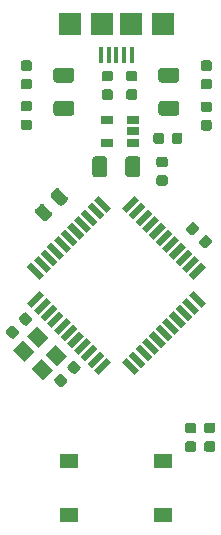
<source format=gbr>
G04 #@! TF.GenerationSoftware,KiCad,Pcbnew,(5.1.5)-3*
G04 #@! TF.CreationDate,2021-02-11T22:25:29+01:00*
G04 #@! TF.ProjectId,20210211_eduino,32303231-3032-4313-915f-656475696e6f,v1.0*
G04 #@! TF.SameCoordinates,Original*
G04 #@! TF.FileFunction,Paste,Top*
G04 #@! TF.FilePolarity,Positive*
%FSLAX46Y46*%
G04 Gerber Fmt 4.6, Leading zero omitted, Abs format (unit mm)*
G04 Created by KiCad (PCBNEW (5.1.5)-3) date 2021-02-11 22:25:29*
%MOMM*%
%LPD*%
G04 APERTURE LIST*
%ADD10C,0.100000*%
%ADD11R,1.060000X0.650000*%
%ADD12R,1.900000X1.900000*%
%ADD13R,0.400000X1.350000*%
%ADD14R,1.550000X1.300000*%
G04 APERTURE END LIST*
D10*
G36*
X153990191Y-98713053D02*
G01*
X154011426Y-98716203D01*
X154032250Y-98721419D01*
X154052462Y-98728651D01*
X154071868Y-98737830D01*
X154090281Y-98748866D01*
X154107524Y-98761654D01*
X154123430Y-98776070D01*
X154137846Y-98791976D01*
X154150634Y-98809219D01*
X154161670Y-98827632D01*
X154170849Y-98847038D01*
X154178081Y-98867250D01*
X154183297Y-98888074D01*
X154186447Y-98909309D01*
X154187500Y-98930750D01*
X154187500Y-99443250D01*
X154186447Y-99464691D01*
X154183297Y-99485926D01*
X154178081Y-99506750D01*
X154170849Y-99526962D01*
X154161670Y-99546368D01*
X154150634Y-99564781D01*
X154137846Y-99582024D01*
X154123430Y-99597930D01*
X154107524Y-99612346D01*
X154090281Y-99625134D01*
X154071868Y-99636170D01*
X154052462Y-99645349D01*
X154032250Y-99652581D01*
X154011426Y-99657797D01*
X153990191Y-99660947D01*
X153968750Y-99662000D01*
X153531250Y-99662000D01*
X153509809Y-99660947D01*
X153488574Y-99657797D01*
X153467750Y-99652581D01*
X153447538Y-99645349D01*
X153428132Y-99636170D01*
X153409719Y-99625134D01*
X153392476Y-99612346D01*
X153376570Y-99597930D01*
X153362154Y-99582024D01*
X153349366Y-99564781D01*
X153338330Y-99546368D01*
X153329151Y-99526962D01*
X153321919Y-99506750D01*
X153316703Y-99485926D01*
X153313553Y-99464691D01*
X153312500Y-99443250D01*
X153312500Y-98930750D01*
X153313553Y-98909309D01*
X153316703Y-98888074D01*
X153321919Y-98867250D01*
X153329151Y-98847038D01*
X153338330Y-98827632D01*
X153349366Y-98809219D01*
X153362154Y-98791976D01*
X153376570Y-98776070D01*
X153392476Y-98761654D01*
X153409719Y-98748866D01*
X153428132Y-98737830D01*
X153447538Y-98728651D01*
X153467750Y-98721419D01*
X153488574Y-98716203D01*
X153509809Y-98713053D01*
X153531250Y-98712000D01*
X153968750Y-98712000D01*
X153990191Y-98713053D01*
G37*
G36*
X152415191Y-98713053D02*
G01*
X152436426Y-98716203D01*
X152457250Y-98721419D01*
X152477462Y-98728651D01*
X152496868Y-98737830D01*
X152515281Y-98748866D01*
X152532524Y-98761654D01*
X152548430Y-98776070D01*
X152562846Y-98791976D01*
X152575634Y-98809219D01*
X152586670Y-98827632D01*
X152595849Y-98847038D01*
X152603081Y-98867250D01*
X152608297Y-98888074D01*
X152611447Y-98909309D01*
X152612500Y-98930750D01*
X152612500Y-99443250D01*
X152611447Y-99464691D01*
X152608297Y-99485926D01*
X152603081Y-99506750D01*
X152595849Y-99526962D01*
X152586670Y-99546368D01*
X152575634Y-99564781D01*
X152562846Y-99582024D01*
X152548430Y-99597930D01*
X152532524Y-99612346D01*
X152515281Y-99625134D01*
X152496868Y-99636170D01*
X152477462Y-99645349D01*
X152457250Y-99652581D01*
X152436426Y-99657797D01*
X152415191Y-99660947D01*
X152393750Y-99662000D01*
X151956250Y-99662000D01*
X151934809Y-99660947D01*
X151913574Y-99657797D01*
X151892750Y-99652581D01*
X151872538Y-99645349D01*
X151853132Y-99636170D01*
X151834719Y-99625134D01*
X151817476Y-99612346D01*
X151801570Y-99597930D01*
X151787154Y-99582024D01*
X151774366Y-99564781D01*
X151763330Y-99546368D01*
X151754151Y-99526962D01*
X151746919Y-99506750D01*
X151741703Y-99485926D01*
X151738553Y-99464691D01*
X151737500Y-99443250D01*
X151737500Y-98930750D01*
X151738553Y-98909309D01*
X151741703Y-98888074D01*
X151746919Y-98867250D01*
X151754151Y-98847038D01*
X151763330Y-98827632D01*
X151774366Y-98809219D01*
X151787154Y-98791976D01*
X151801570Y-98776070D01*
X151817476Y-98761654D01*
X151834719Y-98748866D01*
X151853132Y-98737830D01*
X151872538Y-98728651D01*
X151892750Y-98721419D01*
X151913574Y-98716203D01*
X151934809Y-98713053D01*
X151956250Y-98712000D01*
X152393750Y-98712000D01*
X152415191Y-98713053D01*
G37*
D11*
X147800000Y-99550000D03*
X147800000Y-97650000D03*
X150000000Y-97650000D03*
X150000000Y-98600000D03*
X150000000Y-99550000D03*
D12*
X147400000Y-89475000D03*
X149800000Y-89475000D03*
X144650000Y-89475000D03*
X152550000Y-89475000D03*
D13*
X149900000Y-92150000D03*
X149250000Y-92150000D03*
X148600000Y-92150000D03*
X147950000Y-92150000D03*
X147300000Y-92150000D03*
D10*
G36*
X141003984Y-115950431D02*
G01*
X141852512Y-115101903D01*
X142842462Y-116091853D01*
X141993934Y-116940381D01*
X141003984Y-115950431D01*
G37*
G36*
X142559619Y-117506066D02*
G01*
X143408147Y-116657538D01*
X144398097Y-117647488D01*
X143549569Y-118496016D01*
X142559619Y-117506066D01*
G37*
G36*
X141357538Y-118708147D02*
G01*
X142206066Y-117859619D01*
X143196016Y-118849569D01*
X142347488Y-119698097D01*
X141357538Y-118708147D01*
G37*
G36*
X139801903Y-117152512D02*
G01*
X140650431Y-116303984D01*
X141640381Y-117293934D01*
X140791853Y-118142462D01*
X139801903Y-117152512D01*
G37*
G36*
X149466206Y-105498848D02*
G01*
X149077298Y-105109940D01*
X150137958Y-104049280D01*
X150526866Y-104438188D01*
X149466206Y-105498848D01*
G37*
G36*
X150031891Y-106064534D02*
G01*
X149642983Y-105675626D01*
X150703643Y-104614966D01*
X151092551Y-105003874D01*
X150031891Y-106064534D01*
G37*
G36*
X150597576Y-106630219D02*
G01*
X150208668Y-106241311D01*
X151269328Y-105180651D01*
X151658236Y-105569559D01*
X150597576Y-106630219D01*
G37*
G36*
X151163262Y-107195904D02*
G01*
X150774354Y-106806996D01*
X151835014Y-105746336D01*
X152223922Y-106135244D01*
X151163262Y-107195904D01*
G37*
G36*
X151728947Y-107761590D02*
G01*
X151340039Y-107372682D01*
X152400699Y-106312022D01*
X152789607Y-106700930D01*
X151728947Y-107761590D01*
G37*
G36*
X152294633Y-108327275D02*
G01*
X151905725Y-107938367D01*
X152966385Y-106877707D01*
X153355293Y-107266615D01*
X152294633Y-108327275D01*
G37*
G36*
X152860318Y-108892961D02*
G01*
X152471410Y-108504053D01*
X153532070Y-107443393D01*
X153920978Y-107832301D01*
X152860318Y-108892961D01*
G37*
G36*
X153426004Y-109458646D02*
G01*
X153037096Y-109069738D01*
X154097756Y-108009078D01*
X154486664Y-108397986D01*
X153426004Y-109458646D01*
G37*
G36*
X153991689Y-110024332D02*
G01*
X153602781Y-109635424D01*
X154663441Y-108574764D01*
X155052349Y-108963672D01*
X153991689Y-110024332D01*
G37*
G36*
X154557374Y-110590017D02*
G01*
X154168466Y-110201109D01*
X155229126Y-109140449D01*
X155618034Y-109529357D01*
X154557374Y-110590017D01*
G37*
G36*
X155123060Y-111155702D02*
G01*
X154734152Y-110766794D01*
X155794812Y-109706134D01*
X156183720Y-110095042D01*
X155123060Y-111155702D01*
G37*
G36*
X154734152Y-112499206D02*
G01*
X155123060Y-112110298D01*
X156183720Y-113170958D01*
X155794812Y-113559866D01*
X154734152Y-112499206D01*
G37*
G36*
X154168466Y-113064891D02*
G01*
X154557374Y-112675983D01*
X155618034Y-113736643D01*
X155229126Y-114125551D01*
X154168466Y-113064891D01*
G37*
G36*
X153602781Y-113630576D02*
G01*
X153991689Y-113241668D01*
X155052349Y-114302328D01*
X154663441Y-114691236D01*
X153602781Y-113630576D01*
G37*
G36*
X153037096Y-114196262D02*
G01*
X153426004Y-113807354D01*
X154486664Y-114868014D01*
X154097756Y-115256922D01*
X153037096Y-114196262D01*
G37*
G36*
X152471410Y-114761947D02*
G01*
X152860318Y-114373039D01*
X153920978Y-115433699D01*
X153532070Y-115822607D01*
X152471410Y-114761947D01*
G37*
G36*
X151905725Y-115327633D02*
G01*
X152294633Y-114938725D01*
X153355293Y-115999385D01*
X152966385Y-116388293D01*
X151905725Y-115327633D01*
G37*
G36*
X151340039Y-115893318D02*
G01*
X151728947Y-115504410D01*
X152789607Y-116565070D01*
X152400699Y-116953978D01*
X151340039Y-115893318D01*
G37*
G36*
X150774354Y-116459004D02*
G01*
X151163262Y-116070096D01*
X152223922Y-117130756D01*
X151835014Y-117519664D01*
X150774354Y-116459004D01*
G37*
G36*
X150208668Y-117024689D02*
G01*
X150597576Y-116635781D01*
X151658236Y-117696441D01*
X151269328Y-118085349D01*
X150208668Y-117024689D01*
G37*
G36*
X149642983Y-117590374D02*
G01*
X150031891Y-117201466D01*
X151092551Y-118262126D01*
X150703643Y-118651034D01*
X149642983Y-117590374D01*
G37*
G36*
X149077298Y-118156060D02*
G01*
X149466206Y-117767152D01*
X150526866Y-118827812D01*
X150137958Y-119216720D01*
X149077298Y-118156060D01*
G37*
G36*
X147062042Y-119216720D02*
G01*
X146673134Y-118827812D01*
X147733794Y-117767152D01*
X148122702Y-118156060D01*
X147062042Y-119216720D01*
G37*
G36*
X146496357Y-118651034D02*
G01*
X146107449Y-118262126D01*
X147168109Y-117201466D01*
X147557017Y-117590374D01*
X146496357Y-118651034D01*
G37*
G36*
X145930672Y-118085349D02*
G01*
X145541764Y-117696441D01*
X146602424Y-116635781D01*
X146991332Y-117024689D01*
X145930672Y-118085349D01*
G37*
G36*
X145364986Y-117519664D02*
G01*
X144976078Y-117130756D01*
X146036738Y-116070096D01*
X146425646Y-116459004D01*
X145364986Y-117519664D01*
G37*
G36*
X144799301Y-116953978D02*
G01*
X144410393Y-116565070D01*
X145471053Y-115504410D01*
X145859961Y-115893318D01*
X144799301Y-116953978D01*
G37*
G36*
X144233615Y-116388293D02*
G01*
X143844707Y-115999385D01*
X144905367Y-114938725D01*
X145294275Y-115327633D01*
X144233615Y-116388293D01*
G37*
G36*
X143667930Y-115822607D02*
G01*
X143279022Y-115433699D01*
X144339682Y-114373039D01*
X144728590Y-114761947D01*
X143667930Y-115822607D01*
G37*
G36*
X143102244Y-115256922D02*
G01*
X142713336Y-114868014D01*
X143773996Y-113807354D01*
X144162904Y-114196262D01*
X143102244Y-115256922D01*
G37*
G36*
X142536559Y-114691236D02*
G01*
X142147651Y-114302328D01*
X143208311Y-113241668D01*
X143597219Y-113630576D01*
X142536559Y-114691236D01*
G37*
G36*
X141970874Y-114125551D02*
G01*
X141581966Y-113736643D01*
X142642626Y-112675983D01*
X143031534Y-113064891D01*
X141970874Y-114125551D01*
G37*
G36*
X141405188Y-113559866D02*
G01*
X141016280Y-113170958D01*
X142076940Y-112110298D01*
X142465848Y-112499206D01*
X141405188Y-113559866D01*
G37*
G36*
X141016280Y-110095042D02*
G01*
X141405188Y-109706134D01*
X142465848Y-110766794D01*
X142076940Y-111155702D01*
X141016280Y-110095042D01*
G37*
G36*
X141581966Y-109529357D02*
G01*
X141970874Y-109140449D01*
X143031534Y-110201109D01*
X142642626Y-110590017D01*
X141581966Y-109529357D01*
G37*
G36*
X142147651Y-108963672D02*
G01*
X142536559Y-108574764D01*
X143597219Y-109635424D01*
X143208311Y-110024332D01*
X142147651Y-108963672D01*
G37*
G36*
X142713336Y-108397986D02*
G01*
X143102244Y-108009078D01*
X144162904Y-109069738D01*
X143773996Y-109458646D01*
X142713336Y-108397986D01*
G37*
G36*
X143279022Y-107832301D02*
G01*
X143667930Y-107443393D01*
X144728590Y-108504053D01*
X144339682Y-108892961D01*
X143279022Y-107832301D01*
G37*
G36*
X143844707Y-107266615D02*
G01*
X144233615Y-106877707D01*
X145294275Y-107938367D01*
X144905367Y-108327275D01*
X143844707Y-107266615D01*
G37*
G36*
X144410393Y-106700930D02*
G01*
X144799301Y-106312022D01*
X145859961Y-107372682D01*
X145471053Y-107761590D01*
X144410393Y-106700930D01*
G37*
G36*
X144976078Y-106135244D02*
G01*
X145364986Y-105746336D01*
X146425646Y-106806996D01*
X146036738Y-107195904D01*
X144976078Y-106135244D01*
G37*
G36*
X145541764Y-105569559D02*
G01*
X145930672Y-105180651D01*
X146991332Y-106241311D01*
X146602424Y-106630219D01*
X145541764Y-105569559D01*
G37*
G36*
X146107449Y-105003874D02*
G01*
X146496357Y-104614966D01*
X147557017Y-105675626D01*
X147168109Y-106064534D01*
X146107449Y-105003874D01*
G37*
G36*
X146673134Y-104438188D02*
G01*
X147062042Y-104049280D01*
X148122702Y-105109940D01*
X147733794Y-105498848D01*
X146673134Y-104438188D01*
G37*
G36*
X155163691Y-123280553D02*
G01*
X155184926Y-123283703D01*
X155205750Y-123288919D01*
X155225962Y-123296151D01*
X155245368Y-123305330D01*
X155263781Y-123316366D01*
X155281024Y-123329154D01*
X155296930Y-123343570D01*
X155311346Y-123359476D01*
X155324134Y-123376719D01*
X155335170Y-123395132D01*
X155344349Y-123414538D01*
X155351581Y-123434750D01*
X155356797Y-123455574D01*
X155359947Y-123476809D01*
X155361000Y-123498250D01*
X155361000Y-123935750D01*
X155359947Y-123957191D01*
X155356797Y-123978426D01*
X155351581Y-123999250D01*
X155344349Y-124019462D01*
X155335170Y-124038868D01*
X155324134Y-124057281D01*
X155311346Y-124074524D01*
X155296930Y-124090430D01*
X155281024Y-124104846D01*
X155263781Y-124117634D01*
X155245368Y-124128670D01*
X155225962Y-124137849D01*
X155205750Y-124145081D01*
X155184926Y-124150297D01*
X155163691Y-124153447D01*
X155142250Y-124154500D01*
X154629750Y-124154500D01*
X154608309Y-124153447D01*
X154587074Y-124150297D01*
X154566250Y-124145081D01*
X154546038Y-124137849D01*
X154526632Y-124128670D01*
X154508219Y-124117634D01*
X154490976Y-124104846D01*
X154475070Y-124090430D01*
X154460654Y-124074524D01*
X154447866Y-124057281D01*
X154436830Y-124038868D01*
X154427651Y-124019462D01*
X154420419Y-123999250D01*
X154415203Y-123978426D01*
X154412053Y-123957191D01*
X154411000Y-123935750D01*
X154411000Y-123498250D01*
X154412053Y-123476809D01*
X154415203Y-123455574D01*
X154420419Y-123434750D01*
X154427651Y-123414538D01*
X154436830Y-123395132D01*
X154447866Y-123376719D01*
X154460654Y-123359476D01*
X154475070Y-123343570D01*
X154490976Y-123329154D01*
X154508219Y-123316366D01*
X154526632Y-123305330D01*
X154546038Y-123296151D01*
X154566250Y-123288919D01*
X154587074Y-123283703D01*
X154608309Y-123280553D01*
X154629750Y-123279500D01*
X155142250Y-123279500D01*
X155163691Y-123280553D01*
G37*
G36*
X155163691Y-124855553D02*
G01*
X155184926Y-124858703D01*
X155205750Y-124863919D01*
X155225962Y-124871151D01*
X155245368Y-124880330D01*
X155263781Y-124891366D01*
X155281024Y-124904154D01*
X155296930Y-124918570D01*
X155311346Y-124934476D01*
X155324134Y-124951719D01*
X155335170Y-124970132D01*
X155344349Y-124989538D01*
X155351581Y-125009750D01*
X155356797Y-125030574D01*
X155359947Y-125051809D01*
X155361000Y-125073250D01*
X155361000Y-125510750D01*
X155359947Y-125532191D01*
X155356797Y-125553426D01*
X155351581Y-125574250D01*
X155344349Y-125594462D01*
X155335170Y-125613868D01*
X155324134Y-125632281D01*
X155311346Y-125649524D01*
X155296930Y-125665430D01*
X155281024Y-125679846D01*
X155263781Y-125692634D01*
X155245368Y-125703670D01*
X155225962Y-125712849D01*
X155205750Y-125720081D01*
X155184926Y-125725297D01*
X155163691Y-125728447D01*
X155142250Y-125729500D01*
X154629750Y-125729500D01*
X154608309Y-125728447D01*
X154587074Y-125725297D01*
X154566250Y-125720081D01*
X154546038Y-125712849D01*
X154526632Y-125703670D01*
X154508219Y-125692634D01*
X154490976Y-125679846D01*
X154475070Y-125665430D01*
X154460654Y-125649524D01*
X154447866Y-125632281D01*
X154436830Y-125613868D01*
X154427651Y-125594462D01*
X154420419Y-125574250D01*
X154415203Y-125553426D01*
X154412053Y-125532191D01*
X154411000Y-125510750D01*
X154411000Y-125073250D01*
X154412053Y-125051809D01*
X154415203Y-125030574D01*
X154420419Y-125009750D01*
X154427651Y-124989538D01*
X154436830Y-124970132D01*
X154447866Y-124951719D01*
X154460654Y-124934476D01*
X154475070Y-124918570D01*
X154490976Y-124904154D01*
X154508219Y-124891366D01*
X154526632Y-124880330D01*
X154546038Y-124871151D01*
X154566250Y-124863919D01*
X154587074Y-124858703D01*
X154608309Y-124855553D01*
X154629750Y-124854500D01*
X155142250Y-124854500D01*
X155163691Y-124855553D01*
G37*
G36*
X156487691Y-96083553D02*
G01*
X156508926Y-96086703D01*
X156529750Y-96091919D01*
X156549962Y-96099151D01*
X156569368Y-96108330D01*
X156587781Y-96119366D01*
X156605024Y-96132154D01*
X156620930Y-96146570D01*
X156635346Y-96162476D01*
X156648134Y-96179719D01*
X156659170Y-96198132D01*
X156668349Y-96217538D01*
X156675581Y-96237750D01*
X156680797Y-96258574D01*
X156683947Y-96279809D01*
X156685000Y-96301250D01*
X156685000Y-96738750D01*
X156683947Y-96760191D01*
X156680797Y-96781426D01*
X156675581Y-96802250D01*
X156668349Y-96822462D01*
X156659170Y-96841868D01*
X156648134Y-96860281D01*
X156635346Y-96877524D01*
X156620930Y-96893430D01*
X156605024Y-96907846D01*
X156587781Y-96920634D01*
X156569368Y-96931670D01*
X156549962Y-96940849D01*
X156529750Y-96948081D01*
X156508926Y-96953297D01*
X156487691Y-96956447D01*
X156466250Y-96957500D01*
X155953750Y-96957500D01*
X155932309Y-96956447D01*
X155911074Y-96953297D01*
X155890250Y-96948081D01*
X155870038Y-96940849D01*
X155850632Y-96931670D01*
X155832219Y-96920634D01*
X155814976Y-96907846D01*
X155799070Y-96893430D01*
X155784654Y-96877524D01*
X155771866Y-96860281D01*
X155760830Y-96841868D01*
X155751651Y-96822462D01*
X155744419Y-96802250D01*
X155739203Y-96781426D01*
X155736053Y-96760191D01*
X155735000Y-96738750D01*
X155735000Y-96301250D01*
X155736053Y-96279809D01*
X155739203Y-96258574D01*
X155744419Y-96237750D01*
X155751651Y-96217538D01*
X155760830Y-96198132D01*
X155771866Y-96179719D01*
X155784654Y-96162476D01*
X155799070Y-96146570D01*
X155814976Y-96132154D01*
X155832219Y-96119366D01*
X155850632Y-96108330D01*
X155870038Y-96099151D01*
X155890250Y-96091919D01*
X155911074Y-96086703D01*
X155932309Y-96083553D01*
X155953750Y-96082500D01*
X156466250Y-96082500D01*
X156487691Y-96083553D01*
G37*
G36*
X156487691Y-97658553D02*
G01*
X156508926Y-97661703D01*
X156529750Y-97666919D01*
X156549962Y-97674151D01*
X156569368Y-97683330D01*
X156587781Y-97694366D01*
X156605024Y-97707154D01*
X156620930Y-97721570D01*
X156635346Y-97737476D01*
X156648134Y-97754719D01*
X156659170Y-97773132D01*
X156668349Y-97792538D01*
X156675581Y-97812750D01*
X156680797Y-97833574D01*
X156683947Y-97854809D01*
X156685000Y-97876250D01*
X156685000Y-98313750D01*
X156683947Y-98335191D01*
X156680797Y-98356426D01*
X156675581Y-98377250D01*
X156668349Y-98397462D01*
X156659170Y-98416868D01*
X156648134Y-98435281D01*
X156635346Y-98452524D01*
X156620930Y-98468430D01*
X156605024Y-98482846D01*
X156587781Y-98495634D01*
X156569368Y-98506670D01*
X156549962Y-98515849D01*
X156529750Y-98523081D01*
X156508926Y-98528297D01*
X156487691Y-98531447D01*
X156466250Y-98532500D01*
X155953750Y-98532500D01*
X155932309Y-98531447D01*
X155911074Y-98528297D01*
X155890250Y-98523081D01*
X155870038Y-98515849D01*
X155850632Y-98506670D01*
X155832219Y-98495634D01*
X155814976Y-98482846D01*
X155799070Y-98468430D01*
X155784654Y-98452524D01*
X155771866Y-98435281D01*
X155760830Y-98416868D01*
X155751651Y-98397462D01*
X155744419Y-98377250D01*
X155739203Y-98356426D01*
X155736053Y-98335191D01*
X155735000Y-98313750D01*
X155735000Y-97876250D01*
X155736053Y-97854809D01*
X155739203Y-97833574D01*
X155744419Y-97812750D01*
X155751651Y-97792538D01*
X155760830Y-97773132D01*
X155771866Y-97754719D01*
X155784654Y-97737476D01*
X155799070Y-97721570D01*
X155814976Y-97707154D01*
X155832219Y-97694366D01*
X155850632Y-97683330D01*
X155870038Y-97674151D01*
X155890250Y-97666919D01*
X155911074Y-97661703D01*
X155932309Y-97658553D01*
X155953750Y-97657500D01*
X156466250Y-97657500D01*
X156487691Y-97658553D01*
G37*
G36*
X141247691Y-96032553D02*
G01*
X141268926Y-96035703D01*
X141289750Y-96040919D01*
X141309962Y-96048151D01*
X141329368Y-96057330D01*
X141347781Y-96068366D01*
X141365024Y-96081154D01*
X141380930Y-96095570D01*
X141395346Y-96111476D01*
X141408134Y-96128719D01*
X141419170Y-96147132D01*
X141428349Y-96166538D01*
X141435581Y-96186750D01*
X141440797Y-96207574D01*
X141443947Y-96228809D01*
X141445000Y-96250250D01*
X141445000Y-96687750D01*
X141443947Y-96709191D01*
X141440797Y-96730426D01*
X141435581Y-96751250D01*
X141428349Y-96771462D01*
X141419170Y-96790868D01*
X141408134Y-96809281D01*
X141395346Y-96826524D01*
X141380930Y-96842430D01*
X141365024Y-96856846D01*
X141347781Y-96869634D01*
X141329368Y-96880670D01*
X141309962Y-96889849D01*
X141289750Y-96897081D01*
X141268926Y-96902297D01*
X141247691Y-96905447D01*
X141226250Y-96906500D01*
X140713750Y-96906500D01*
X140692309Y-96905447D01*
X140671074Y-96902297D01*
X140650250Y-96897081D01*
X140630038Y-96889849D01*
X140610632Y-96880670D01*
X140592219Y-96869634D01*
X140574976Y-96856846D01*
X140559070Y-96842430D01*
X140544654Y-96826524D01*
X140531866Y-96809281D01*
X140520830Y-96790868D01*
X140511651Y-96771462D01*
X140504419Y-96751250D01*
X140499203Y-96730426D01*
X140496053Y-96709191D01*
X140495000Y-96687750D01*
X140495000Y-96250250D01*
X140496053Y-96228809D01*
X140499203Y-96207574D01*
X140504419Y-96186750D01*
X140511651Y-96166538D01*
X140520830Y-96147132D01*
X140531866Y-96128719D01*
X140544654Y-96111476D01*
X140559070Y-96095570D01*
X140574976Y-96081154D01*
X140592219Y-96068366D01*
X140610632Y-96057330D01*
X140630038Y-96048151D01*
X140650250Y-96040919D01*
X140671074Y-96035703D01*
X140692309Y-96032553D01*
X140713750Y-96031500D01*
X141226250Y-96031500D01*
X141247691Y-96032553D01*
G37*
G36*
X141247691Y-97607553D02*
G01*
X141268926Y-97610703D01*
X141289750Y-97615919D01*
X141309962Y-97623151D01*
X141329368Y-97632330D01*
X141347781Y-97643366D01*
X141365024Y-97656154D01*
X141380930Y-97670570D01*
X141395346Y-97686476D01*
X141408134Y-97703719D01*
X141419170Y-97722132D01*
X141428349Y-97741538D01*
X141435581Y-97761750D01*
X141440797Y-97782574D01*
X141443947Y-97803809D01*
X141445000Y-97825250D01*
X141445000Y-98262750D01*
X141443947Y-98284191D01*
X141440797Y-98305426D01*
X141435581Y-98326250D01*
X141428349Y-98346462D01*
X141419170Y-98365868D01*
X141408134Y-98384281D01*
X141395346Y-98401524D01*
X141380930Y-98417430D01*
X141365024Y-98431846D01*
X141347781Y-98444634D01*
X141329368Y-98455670D01*
X141309962Y-98464849D01*
X141289750Y-98472081D01*
X141268926Y-98477297D01*
X141247691Y-98480447D01*
X141226250Y-98481500D01*
X140713750Y-98481500D01*
X140692309Y-98480447D01*
X140671074Y-98477297D01*
X140650250Y-98472081D01*
X140630038Y-98464849D01*
X140610632Y-98455670D01*
X140592219Y-98444634D01*
X140574976Y-98431846D01*
X140559070Y-98417430D01*
X140544654Y-98401524D01*
X140531866Y-98384281D01*
X140520830Y-98365868D01*
X140511651Y-98346462D01*
X140504419Y-98326250D01*
X140499203Y-98305426D01*
X140496053Y-98284191D01*
X140495000Y-98262750D01*
X140495000Y-97825250D01*
X140496053Y-97803809D01*
X140499203Y-97782574D01*
X140504419Y-97761750D01*
X140511651Y-97741538D01*
X140520830Y-97722132D01*
X140531866Y-97703719D01*
X140544654Y-97686476D01*
X140559070Y-97670570D01*
X140574976Y-97656154D01*
X140592219Y-97643366D01*
X140610632Y-97632330D01*
X140630038Y-97623151D01*
X140650250Y-97615919D01*
X140671074Y-97610703D01*
X140692309Y-97607553D01*
X140713750Y-97606500D01*
X141226250Y-97606500D01*
X141247691Y-97607553D01*
G37*
G36*
X156487691Y-94178553D02*
G01*
X156508926Y-94181703D01*
X156529750Y-94186919D01*
X156549962Y-94194151D01*
X156569368Y-94203330D01*
X156587781Y-94214366D01*
X156605024Y-94227154D01*
X156620930Y-94241570D01*
X156635346Y-94257476D01*
X156648134Y-94274719D01*
X156659170Y-94293132D01*
X156668349Y-94312538D01*
X156675581Y-94332750D01*
X156680797Y-94353574D01*
X156683947Y-94374809D01*
X156685000Y-94396250D01*
X156685000Y-94833750D01*
X156683947Y-94855191D01*
X156680797Y-94876426D01*
X156675581Y-94897250D01*
X156668349Y-94917462D01*
X156659170Y-94936868D01*
X156648134Y-94955281D01*
X156635346Y-94972524D01*
X156620930Y-94988430D01*
X156605024Y-95002846D01*
X156587781Y-95015634D01*
X156569368Y-95026670D01*
X156549962Y-95035849D01*
X156529750Y-95043081D01*
X156508926Y-95048297D01*
X156487691Y-95051447D01*
X156466250Y-95052500D01*
X155953750Y-95052500D01*
X155932309Y-95051447D01*
X155911074Y-95048297D01*
X155890250Y-95043081D01*
X155870038Y-95035849D01*
X155850632Y-95026670D01*
X155832219Y-95015634D01*
X155814976Y-95002846D01*
X155799070Y-94988430D01*
X155784654Y-94972524D01*
X155771866Y-94955281D01*
X155760830Y-94936868D01*
X155751651Y-94917462D01*
X155744419Y-94897250D01*
X155739203Y-94876426D01*
X155736053Y-94855191D01*
X155735000Y-94833750D01*
X155735000Y-94396250D01*
X155736053Y-94374809D01*
X155739203Y-94353574D01*
X155744419Y-94332750D01*
X155751651Y-94312538D01*
X155760830Y-94293132D01*
X155771866Y-94274719D01*
X155784654Y-94257476D01*
X155799070Y-94241570D01*
X155814976Y-94227154D01*
X155832219Y-94214366D01*
X155850632Y-94203330D01*
X155870038Y-94194151D01*
X155890250Y-94186919D01*
X155911074Y-94181703D01*
X155932309Y-94178553D01*
X155953750Y-94177500D01*
X156466250Y-94177500D01*
X156487691Y-94178553D01*
G37*
G36*
X156487691Y-92603553D02*
G01*
X156508926Y-92606703D01*
X156529750Y-92611919D01*
X156549962Y-92619151D01*
X156569368Y-92628330D01*
X156587781Y-92639366D01*
X156605024Y-92652154D01*
X156620930Y-92666570D01*
X156635346Y-92682476D01*
X156648134Y-92699719D01*
X156659170Y-92718132D01*
X156668349Y-92737538D01*
X156675581Y-92757750D01*
X156680797Y-92778574D01*
X156683947Y-92799809D01*
X156685000Y-92821250D01*
X156685000Y-93258750D01*
X156683947Y-93280191D01*
X156680797Y-93301426D01*
X156675581Y-93322250D01*
X156668349Y-93342462D01*
X156659170Y-93361868D01*
X156648134Y-93380281D01*
X156635346Y-93397524D01*
X156620930Y-93413430D01*
X156605024Y-93427846D01*
X156587781Y-93440634D01*
X156569368Y-93451670D01*
X156549962Y-93460849D01*
X156529750Y-93468081D01*
X156508926Y-93473297D01*
X156487691Y-93476447D01*
X156466250Y-93477500D01*
X155953750Y-93477500D01*
X155932309Y-93476447D01*
X155911074Y-93473297D01*
X155890250Y-93468081D01*
X155870038Y-93460849D01*
X155850632Y-93451670D01*
X155832219Y-93440634D01*
X155814976Y-93427846D01*
X155799070Y-93413430D01*
X155784654Y-93397524D01*
X155771866Y-93380281D01*
X155760830Y-93361868D01*
X155751651Y-93342462D01*
X155744419Y-93322250D01*
X155739203Y-93301426D01*
X155736053Y-93280191D01*
X155735000Y-93258750D01*
X155735000Y-92821250D01*
X155736053Y-92799809D01*
X155739203Y-92778574D01*
X155744419Y-92757750D01*
X155751651Y-92737538D01*
X155760830Y-92718132D01*
X155771866Y-92699719D01*
X155784654Y-92682476D01*
X155799070Y-92666570D01*
X155814976Y-92652154D01*
X155832219Y-92639366D01*
X155850632Y-92628330D01*
X155870038Y-92619151D01*
X155890250Y-92611919D01*
X155911074Y-92606703D01*
X155932309Y-92603553D01*
X155953750Y-92602500D01*
X156466250Y-92602500D01*
X156487691Y-92603553D01*
G37*
G36*
X139788077Y-115053274D02*
G01*
X139809312Y-115056424D01*
X139830136Y-115061640D01*
X139850348Y-115068872D01*
X139869754Y-115078051D01*
X139888167Y-115089087D01*
X139905410Y-115101875D01*
X139921316Y-115116291D01*
X140283709Y-115478684D01*
X140298125Y-115494590D01*
X140310913Y-115511833D01*
X140321949Y-115530246D01*
X140331128Y-115549652D01*
X140338360Y-115569864D01*
X140343576Y-115590688D01*
X140346726Y-115611923D01*
X140347779Y-115633364D01*
X140346726Y-115654805D01*
X140343576Y-115676040D01*
X140338360Y-115696864D01*
X140331128Y-115717076D01*
X140321949Y-115736482D01*
X140310913Y-115754895D01*
X140298125Y-115772138D01*
X140283709Y-115788044D01*
X139974350Y-116097403D01*
X139958444Y-116111819D01*
X139941201Y-116124607D01*
X139922788Y-116135643D01*
X139903382Y-116144822D01*
X139883170Y-116152054D01*
X139862346Y-116157270D01*
X139841111Y-116160420D01*
X139819670Y-116161473D01*
X139798229Y-116160420D01*
X139776994Y-116157270D01*
X139756170Y-116152054D01*
X139735958Y-116144822D01*
X139716552Y-116135643D01*
X139698139Y-116124607D01*
X139680896Y-116111819D01*
X139664990Y-116097403D01*
X139302597Y-115735010D01*
X139288181Y-115719104D01*
X139275393Y-115701861D01*
X139264357Y-115683448D01*
X139255178Y-115664042D01*
X139247946Y-115643830D01*
X139242730Y-115623006D01*
X139239580Y-115601771D01*
X139238527Y-115580330D01*
X139239580Y-115558889D01*
X139242730Y-115537654D01*
X139247946Y-115516830D01*
X139255178Y-115496618D01*
X139264357Y-115477212D01*
X139275393Y-115458799D01*
X139288181Y-115441556D01*
X139302597Y-115425650D01*
X139611956Y-115116291D01*
X139627862Y-115101875D01*
X139645105Y-115089087D01*
X139663518Y-115078051D01*
X139682924Y-115068872D01*
X139703136Y-115061640D01*
X139723960Y-115056424D01*
X139745195Y-115053274D01*
X139766636Y-115052221D01*
X139788077Y-115053274D01*
G37*
G36*
X140901771Y-113939580D02*
G01*
X140923006Y-113942730D01*
X140943830Y-113947946D01*
X140964042Y-113955178D01*
X140983448Y-113964357D01*
X141001861Y-113975393D01*
X141019104Y-113988181D01*
X141035010Y-114002597D01*
X141397403Y-114364990D01*
X141411819Y-114380896D01*
X141424607Y-114398139D01*
X141435643Y-114416552D01*
X141444822Y-114435958D01*
X141452054Y-114456170D01*
X141457270Y-114476994D01*
X141460420Y-114498229D01*
X141461473Y-114519670D01*
X141460420Y-114541111D01*
X141457270Y-114562346D01*
X141452054Y-114583170D01*
X141444822Y-114603382D01*
X141435643Y-114622788D01*
X141424607Y-114641201D01*
X141411819Y-114658444D01*
X141397403Y-114674350D01*
X141088044Y-114983709D01*
X141072138Y-114998125D01*
X141054895Y-115010913D01*
X141036482Y-115021949D01*
X141017076Y-115031128D01*
X140996864Y-115038360D01*
X140976040Y-115043576D01*
X140954805Y-115046726D01*
X140933364Y-115047779D01*
X140911923Y-115046726D01*
X140890688Y-115043576D01*
X140869864Y-115038360D01*
X140849652Y-115031128D01*
X140830246Y-115021949D01*
X140811833Y-115010913D01*
X140794590Y-114998125D01*
X140778684Y-114983709D01*
X140416291Y-114621316D01*
X140401875Y-114605410D01*
X140389087Y-114588167D01*
X140378051Y-114569754D01*
X140368872Y-114550348D01*
X140361640Y-114530136D01*
X140356424Y-114509312D01*
X140353274Y-114488077D01*
X140352221Y-114466636D01*
X140353274Y-114445195D01*
X140356424Y-114423960D01*
X140361640Y-114403136D01*
X140368872Y-114382924D01*
X140378051Y-114363518D01*
X140389087Y-114345105D01*
X140401875Y-114327862D01*
X140416291Y-114311956D01*
X140725650Y-114002597D01*
X140741556Y-113988181D01*
X140758799Y-113975393D01*
X140777212Y-113964357D01*
X140796618Y-113955178D01*
X140816830Y-113947946D01*
X140837654Y-113942730D01*
X140858889Y-113939580D01*
X140880330Y-113938527D01*
X140901771Y-113939580D01*
G37*
G36*
X145001771Y-118039580D02*
G01*
X145023006Y-118042730D01*
X145043830Y-118047946D01*
X145064042Y-118055178D01*
X145083448Y-118064357D01*
X145101861Y-118075393D01*
X145119104Y-118088181D01*
X145135010Y-118102597D01*
X145497403Y-118464990D01*
X145511819Y-118480896D01*
X145524607Y-118498139D01*
X145535643Y-118516552D01*
X145544822Y-118535958D01*
X145552054Y-118556170D01*
X145557270Y-118576994D01*
X145560420Y-118598229D01*
X145561473Y-118619670D01*
X145560420Y-118641111D01*
X145557270Y-118662346D01*
X145552054Y-118683170D01*
X145544822Y-118703382D01*
X145535643Y-118722788D01*
X145524607Y-118741201D01*
X145511819Y-118758444D01*
X145497403Y-118774350D01*
X145188044Y-119083709D01*
X145172138Y-119098125D01*
X145154895Y-119110913D01*
X145136482Y-119121949D01*
X145117076Y-119131128D01*
X145096864Y-119138360D01*
X145076040Y-119143576D01*
X145054805Y-119146726D01*
X145033364Y-119147779D01*
X145011923Y-119146726D01*
X144990688Y-119143576D01*
X144969864Y-119138360D01*
X144949652Y-119131128D01*
X144930246Y-119121949D01*
X144911833Y-119110913D01*
X144894590Y-119098125D01*
X144878684Y-119083709D01*
X144516291Y-118721316D01*
X144501875Y-118705410D01*
X144489087Y-118688167D01*
X144478051Y-118669754D01*
X144468872Y-118650348D01*
X144461640Y-118630136D01*
X144456424Y-118609312D01*
X144453274Y-118588077D01*
X144452221Y-118566636D01*
X144453274Y-118545195D01*
X144456424Y-118523960D01*
X144461640Y-118503136D01*
X144468872Y-118482924D01*
X144478051Y-118463518D01*
X144489087Y-118445105D01*
X144501875Y-118427862D01*
X144516291Y-118411956D01*
X144825650Y-118102597D01*
X144841556Y-118088181D01*
X144858799Y-118075393D01*
X144877212Y-118064357D01*
X144896618Y-118055178D01*
X144916830Y-118047946D01*
X144937654Y-118042730D01*
X144958889Y-118039580D01*
X144980330Y-118038527D01*
X145001771Y-118039580D01*
G37*
G36*
X143888077Y-119153274D02*
G01*
X143909312Y-119156424D01*
X143930136Y-119161640D01*
X143950348Y-119168872D01*
X143969754Y-119178051D01*
X143988167Y-119189087D01*
X144005410Y-119201875D01*
X144021316Y-119216291D01*
X144383709Y-119578684D01*
X144398125Y-119594590D01*
X144410913Y-119611833D01*
X144421949Y-119630246D01*
X144431128Y-119649652D01*
X144438360Y-119669864D01*
X144443576Y-119690688D01*
X144446726Y-119711923D01*
X144447779Y-119733364D01*
X144446726Y-119754805D01*
X144443576Y-119776040D01*
X144438360Y-119796864D01*
X144431128Y-119817076D01*
X144421949Y-119836482D01*
X144410913Y-119854895D01*
X144398125Y-119872138D01*
X144383709Y-119888044D01*
X144074350Y-120197403D01*
X144058444Y-120211819D01*
X144041201Y-120224607D01*
X144022788Y-120235643D01*
X144003382Y-120244822D01*
X143983170Y-120252054D01*
X143962346Y-120257270D01*
X143941111Y-120260420D01*
X143919670Y-120261473D01*
X143898229Y-120260420D01*
X143876994Y-120257270D01*
X143856170Y-120252054D01*
X143835958Y-120244822D01*
X143816552Y-120235643D01*
X143798139Y-120224607D01*
X143780896Y-120211819D01*
X143764990Y-120197403D01*
X143402597Y-119835010D01*
X143388181Y-119819104D01*
X143375393Y-119801861D01*
X143364357Y-119783448D01*
X143355178Y-119764042D01*
X143347946Y-119743830D01*
X143342730Y-119723006D01*
X143339580Y-119701771D01*
X143338527Y-119680330D01*
X143339580Y-119658889D01*
X143342730Y-119637654D01*
X143347946Y-119616830D01*
X143355178Y-119596618D01*
X143364357Y-119577212D01*
X143375393Y-119558799D01*
X143388181Y-119541556D01*
X143402597Y-119525650D01*
X143711956Y-119216291D01*
X143727862Y-119201875D01*
X143745105Y-119189087D01*
X143763518Y-119178051D01*
X143782924Y-119168872D01*
X143803136Y-119161640D01*
X143823960Y-119156424D01*
X143845195Y-119153274D01*
X143866636Y-119152221D01*
X143888077Y-119153274D01*
G37*
G36*
X152741191Y-100757053D02*
G01*
X152762426Y-100760203D01*
X152783250Y-100765419D01*
X152803462Y-100772651D01*
X152822868Y-100781830D01*
X152841281Y-100792866D01*
X152858524Y-100805654D01*
X152874430Y-100820070D01*
X152888846Y-100835976D01*
X152901634Y-100853219D01*
X152912670Y-100871632D01*
X152921849Y-100891038D01*
X152929081Y-100911250D01*
X152934297Y-100932074D01*
X152937447Y-100953309D01*
X152938500Y-100974750D01*
X152938500Y-101412250D01*
X152937447Y-101433691D01*
X152934297Y-101454926D01*
X152929081Y-101475750D01*
X152921849Y-101495962D01*
X152912670Y-101515368D01*
X152901634Y-101533781D01*
X152888846Y-101551024D01*
X152874430Y-101566930D01*
X152858524Y-101581346D01*
X152841281Y-101594134D01*
X152822868Y-101605170D01*
X152803462Y-101614349D01*
X152783250Y-101621581D01*
X152762426Y-101626797D01*
X152741191Y-101629947D01*
X152719750Y-101631000D01*
X152207250Y-101631000D01*
X152185809Y-101629947D01*
X152164574Y-101626797D01*
X152143750Y-101621581D01*
X152123538Y-101614349D01*
X152104132Y-101605170D01*
X152085719Y-101594134D01*
X152068476Y-101581346D01*
X152052570Y-101566930D01*
X152038154Y-101551024D01*
X152025366Y-101533781D01*
X152014330Y-101515368D01*
X152005151Y-101495962D01*
X151997919Y-101475750D01*
X151992703Y-101454926D01*
X151989553Y-101433691D01*
X151988500Y-101412250D01*
X151988500Y-100974750D01*
X151989553Y-100953309D01*
X151992703Y-100932074D01*
X151997919Y-100911250D01*
X152005151Y-100891038D01*
X152014330Y-100871632D01*
X152025366Y-100853219D01*
X152038154Y-100835976D01*
X152052570Y-100820070D01*
X152068476Y-100805654D01*
X152085719Y-100792866D01*
X152104132Y-100781830D01*
X152123538Y-100772651D01*
X152143750Y-100765419D01*
X152164574Y-100760203D01*
X152185809Y-100757053D01*
X152207250Y-100756000D01*
X152719750Y-100756000D01*
X152741191Y-100757053D01*
G37*
G36*
X152741191Y-102332053D02*
G01*
X152762426Y-102335203D01*
X152783250Y-102340419D01*
X152803462Y-102347651D01*
X152822868Y-102356830D01*
X152841281Y-102367866D01*
X152858524Y-102380654D01*
X152874430Y-102395070D01*
X152888846Y-102410976D01*
X152901634Y-102428219D01*
X152912670Y-102446632D01*
X152921849Y-102466038D01*
X152929081Y-102486250D01*
X152934297Y-102507074D01*
X152937447Y-102528309D01*
X152938500Y-102549750D01*
X152938500Y-102987250D01*
X152937447Y-103008691D01*
X152934297Y-103029926D01*
X152929081Y-103050750D01*
X152921849Y-103070962D01*
X152912670Y-103090368D01*
X152901634Y-103108781D01*
X152888846Y-103126024D01*
X152874430Y-103141930D01*
X152858524Y-103156346D01*
X152841281Y-103169134D01*
X152822868Y-103180170D01*
X152803462Y-103189349D01*
X152783250Y-103196581D01*
X152762426Y-103201797D01*
X152741191Y-103204947D01*
X152719750Y-103206000D01*
X152207250Y-103206000D01*
X152185809Y-103204947D01*
X152164574Y-103201797D01*
X152143750Y-103196581D01*
X152123538Y-103189349D01*
X152104132Y-103180170D01*
X152085719Y-103169134D01*
X152068476Y-103156346D01*
X152052570Y-103141930D01*
X152038154Y-103126024D01*
X152025366Y-103108781D01*
X152014330Y-103090368D01*
X152005151Y-103070962D01*
X151997919Y-103050750D01*
X151992703Y-103029926D01*
X151989553Y-103008691D01*
X151988500Y-102987250D01*
X151988500Y-102549750D01*
X151989553Y-102528309D01*
X151992703Y-102507074D01*
X151997919Y-102486250D01*
X152005151Y-102466038D01*
X152014330Y-102446632D01*
X152025366Y-102428219D01*
X152038154Y-102410976D01*
X152052570Y-102395070D01*
X152068476Y-102380654D01*
X152085719Y-102367866D01*
X152104132Y-102356830D01*
X152123538Y-102347651D01*
X152143750Y-102340419D01*
X152164574Y-102335203D01*
X152185809Y-102332053D01*
X152207250Y-102331000D01*
X152719750Y-102331000D01*
X152741191Y-102332053D01*
G37*
G36*
X143629958Y-103410123D02*
G01*
X143653619Y-103413633D01*
X143676823Y-103419445D01*
X143699345Y-103427503D01*
X143720969Y-103437731D01*
X143741486Y-103450028D01*
X143760699Y-103464278D01*
X143778423Y-103480342D01*
X144423658Y-104125577D01*
X144439722Y-104143301D01*
X144453972Y-104162514D01*
X144466269Y-104183031D01*
X144476497Y-104204655D01*
X144484555Y-104227177D01*
X144490367Y-104250381D01*
X144493877Y-104274042D01*
X144495051Y-104297934D01*
X144493877Y-104321826D01*
X144490367Y-104345487D01*
X144484555Y-104368691D01*
X144476497Y-104391213D01*
X144466269Y-104412837D01*
X144453972Y-104433354D01*
X144439722Y-104452567D01*
X144423658Y-104470291D01*
X144078943Y-104815006D01*
X144061219Y-104831070D01*
X144042006Y-104845320D01*
X144021489Y-104857617D01*
X143999865Y-104867845D01*
X143977343Y-104875903D01*
X143954139Y-104881715D01*
X143930478Y-104885225D01*
X143906586Y-104886399D01*
X143882694Y-104885225D01*
X143859033Y-104881715D01*
X143835829Y-104875903D01*
X143813307Y-104867845D01*
X143791683Y-104857617D01*
X143771166Y-104845320D01*
X143751953Y-104831070D01*
X143734229Y-104815006D01*
X143088994Y-104169771D01*
X143072930Y-104152047D01*
X143058680Y-104132834D01*
X143046383Y-104112317D01*
X143036155Y-104090693D01*
X143028097Y-104068171D01*
X143022285Y-104044967D01*
X143018775Y-104021306D01*
X143017601Y-103997414D01*
X143018775Y-103973522D01*
X143022285Y-103949861D01*
X143028097Y-103926657D01*
X143036155Y-103904135D01*
X143046383Y-103882511D01*
X143058680Y-103861994D01*
X143072930Y-103842781D01*
X143088994Y-103825057D01*
X143433709Y-103480342D01*
X143451433Y-103464278D01*
X143470646Y-103450028D01*
X143491163Y-103437731D01*
X143512787Y-103427503D01*
X143535309Y-103419445D01*
X143558513Y-103413633D01*
X143582174Y-103410123D01*
X143606066Y-103408949D01*
X143629958Y-103410123D01*
G37*
G36*
X142304132Y-104735949D02*
G01*
X142327793Y-104739459D01*
X142350997Y-104745271D01*
X142373519Y-104753329D01*
X142395143Y-104763557D01*
X142415660Y-104775854D01*
X142434873Y-104790104D01*
X142452597Y-104806168D01*
X143097832Y-105451403D01*
X143113896Y-105469127D01*
X143128146Y-105488340D01*
X143140443Y-105508857D01*
X143150671Y-105530481D01*
X143158729Y-105553003D01*
X143164541Y-105576207D01*
X143168051Y-105599868D01*
X143169225Y-105623760D01*
X143168051Y-105647652D01*
X143164541Y-105671313D01*
X143158729Y-105694517D01*
X143150671Y-105717039D01*
X143140443Y-105738663D01*
X143128146Y-105759180D01*
X143113896Y-105778393D01*
X143097832Y-105796117D01*
X142753117Y-106140832D01*
X142735393Y-106156896D01*
X142716180Y-106171146D01*
X142695663Y-106183443D01*
X142674039Y-106193671D01*
X142651517Y-106201729D01*
X142628313Y-106207541D01*
X142604652Y-106211051D01*
X142580760Y-106212225D01*
X142556868Y-106211051D01*
X142533207Y-106207541D01*
X142510003Y-106201729D01*
X142487481Y-106193671D01*
X142465857Y-106183443D01*
X142445340Y-106171146D01*
X142426127Y-106156896D01*
X142408403Y-106140832D01*
X141763168Y-105495597D01*
X141747104Y-105477873D01*
X141732854Y-105458660D01*
X141720557Y-105438143D01*
X141710329Y-105416519D01*
X141702271Y-105393997D01*
X141696459Y-105370793D01*
X141692949Y-105347132D01*
X141691775Y-105323240D01*
X141692949Y-105299348D01*
X141696459Y-105275687D01*
X141702271Y-105252483D01*
X141710329Y-105229961D01*
X141720557Y-105208337D01*
X141732854Y-105187820D01*
X141747104Y-105168607D01*
X141763168Y-105150883D01*
X142107883Y-104806168D01*
X142125607Y-104790104D01*
X142144820Y-104775854D01*
X142165337Y-104763557D01*
X142186961Y-104753329D01*
X142209483Y-104745271D01*
X142232687Y-104739459D01*
X142256348Y-104735949D01*
X142280240Y-104734775D01*
X142304132Y-104735949D01*
G37*
G36*
X156777691Y-123276053D02*
G01*
X156798926Y-123279203D01*
X156819750Y-123284419D01*
X156839962Y-123291651D01*
X156859368Y-123300830D01*
X156877781Y-123311866D01*
X156895024Y-123324654D01*
X156910930Y-123339070D01*
X156925346Y-123354976D01*
X156938134Y-123372219D01*
X156949170Y-123390632D01*
X156958349Y-123410038D01*
X156965581Y-123430250D01*
X156970797Y-123451074D01*
X156973947Y-123472309D01*
X156975000Y-123493750D01*
X156975000Y-123931250D01*
X156973947Y-123952691D01*
X156970797Y-123973926D01*
X156965581Y-123994750D01*
X156958349Y-124014962D01*
X156949170Y-124034368D01*
X156938134Y-124052781D01*
X156925346Y-124070024D01*
X156910930Y-124085930D01*
X156895024Y-124100346D01*
X156877781Y-124113134D01*
X156859368Y-124124170D01*
X156839962Y-124133349D01*
X156819750Y-124140581D01*
X156798926Y-124145797D01*
X156777691Y-124148947D01*
X156756250Y-124150000D01*
X156243750Y-124150000D01*
X156222309Y-124148947D01*
X156201074Y-124145797D01*
X156180250Y-124140581D01*
X156160038Y-124133349D01*
X156140632Y-124124170D01*
X156122219Y-124113134D01*
X156104976Y-124100346D01*
X156089070Y-124085930D01*
X156074654Y-124070024D01*
X156061866Y-124052781D01*
X156050830Y-124034368D01*
X156041651Y-124014962D01*
X156034419Y-123994750D01*
X156029203Y-123973926D01*
X156026053Y-123952691D01*
X156025000Y-123931250D01*
X156025000Y-123493750D01*
X156026053Y-123472309D01*
X156029203Y-123451074D01*
X156034419Y-123430250D01*
X156041651Y-123410038D01*
X156050830Y-123390632D01*
X156061866Y-123372219D01*
X156074654Y-123354976D01*
X156089070Y-123339070D01*
X156104976Y-123324654D01*
X156122219Y-123311866D01*
X156140632Y-123300830D01*
X156160038Y-123291651D01*
X156180250Y-123284419D01*
X156201074Y-123279203D01*
X156222309Y-123276053D01*
X156243750Y-123275000D01*
X156756250Y-123275000D01*
X156777691Y-123276053D01*
G37*
G36*
X156777691Y-124851053D02*
G01*
X156798926Y-124854203D01*
X156819750Y-124859419D01*
X156839962Y-124866651D01*
X156859368Y-124875830D01*
X156877781Y-124886866D01*
X156895024Y-124899654D01*
X156910930Y-124914070D01*
X156925346Y-124929976D01*
X156938134Y-124947219D01*
X156949170Y-124965632D01*
X156958349Y-124985038D01*
X156965581Y-125005250D01*
X156970797Y-125026074D01*
X156973947Y-125047309D01*
X156975000Y-125068750D01*
X156975000Y-125506250D01*
X156973947Y-125527691D01*
X156970797Y-125548926D01*
X156965581Y-125569750D01*
X156958349Y-125589962D01*
X156949170Y-125609368D01*
X156938134Y-125627781D01*
X156925346Y-125645024D01*
X156910930Y-125660930D01*
X156895024Y-125675346D01*
X156877781Y-125688134D01*
X156859368Y-125699170D01*
X156839962Y-125708349D01*
X156819750Y-125715581D01*
X156798926Y-125720797D01*
X156777691Y-125723947D01*
X156756250Y-125725000D01*
X156243750Y-125725000D01*
X156222309Y-125723947D01*
X156201074Y-125720797D01*
X156180250Y-125715581D01*
X156160038Y-125708349D01*
X156140632Y-125699170D01*
X156122219Y-125688134D01*
X156104976Y-125675346D01*
X156089070Y-125660930D01*
X156074654Y-125645024D01*
X156061866Y-125627781D01*
X156050830Y-125609368D01*
X156041651Y-125589962D01*
X156034419Y-125569750D01*
X156029203Y-125548926D01*
X156026053Y-125527691D01*
X156025000Y-125506250D01*
X156025000Y-125068750D01*
X156026053Y-125047309D01*
X156029203Y-125026074D01*
X156034419Y-125005250D01*
X156041651Y-124985038D01*
X156050830Y-124965632D01*
X156061866Y-124947219D01*
X156074654Y-124929976D01*
X156089070Y-124914070D01*
X156104976Y-124899654D01*
X156122219Y-124886866D01*
X156140632Y-124875830D01*
X156160038Y-124866651D01*
X156180250Y-124859419D01*
X156201074Y-124854203D01*
X156222309Y-124851053D01*
X156243750Y-124850000D01*
X156756250Y-124850000D01*
X156777691Y-124851053D01*
G37*
G36*
X155091111Y-106289580D02*
G01*
X155112346Y-106292730D01*
X155133170Y-106297946D01*
X155153382Y-106305178D01*
X155172788Y-106314357D01*
X155191201Y-106325393D01*
X155208444Y-106338181D01*
X155224350Y-106352597D01*
X155533709Y-106661956D01*
X155548125Y-106677862D01*
X155560913Y-106695105D01*
X155571949Y-106713518D01*
X155581128Y-106732924D01*
X155588360Y-106753136D01*
X155593576Y-106773960D01*
X155596726Y-106795195D01*
X155597779Y-106816636D01*
X155596726Y-106838077D01*
X155593576Y-106859312D01*
X155588360Y-106880136D01*
X155581128Y-106900348D01*
X155571949Y-106919754D01*
X155560913Y-106938167D01*
X155548125Y-106955410D01*
X155533709Y-106971316D01*
X155171316Y-107333709D01*
X155155410Y-107348125D01*
X155138167Y-107360913D01*
X155119754Y-107371949D01*
X155100348Y-107381128D01*
X155080136Y-107388360D01*
X155059312Y-107393576D01*
X155038077Y-107396726D01*
X155016636Y-107397779D01*
X154995195Y-107396726D01*
X154973960Y-107393576D01*
X154953136Y-107388360D01*
X154932924Y-107381128D01*
X154913518Y-107371949D01*
X154895105Y-107360913D01*
X154877862Y-107348125D01*
X154861956Y-107333709D01*
X154552597Y-107024350D01*
X154538181Y-107008444D01*
X154525393Y-106991201D01*
X154514357Y-106972788D01*
X154505178Y-106953382D01*
X154497946Y-106933170D01*
X154492730Y-106912346D01*
X154489580Y-106891111D01*
X154488527Y-106869670D01*
X154489580Y-106848229D01*
X154492730Y-106826994D01*
X154497946Y-106806170D01*
X154505178Y-106785958D01*
X154514357Y-106766552D01*
X154525393Y-106748139D01*
X154538181Y-106730896D01*
X154552597Y-106714990D01*
X154914990Y-106352597D01*
X154930896Y-106338181D01*
X154948139Y-106325393D01*
X154966552Y-106314357D01*
X154985958Y-106305178D01*
X155006170Y-106297946D01*
X155026994Y-106292730D01*
X155048229Y-106289580D01*
X155069670Y-106288527D01*
X155091111Y-106289580D01*
G37*
G36*
X156204805Y-107403274D02*
G01*
X156226040Y-107406424D01*
X156246864Y-107411640D01*
X156267076Y-107418872D01*
X156286482Y-107428051D01*
X156304895Y-107439087D01*
X156322138Y-107451875D01*
X156338044Y-107466291D01*
X156647403Y-107775650D01*
X156661819Y-107791556D01*
X156674607Y-107808799D01*
X156685643Y-107827212D01*
X156694822Y-107846618D01*
X156702054Y-107866830D01*
X156707270Y-107887654D01*
X156710420Y-107908889D01*
X156711473Y-107930330D01*
X156710420Y-107951771D01*
X156707270Y-107973006D01*
X156702054Y-107993830D01*
X156694822Y-108014042D01*
X156685643Y-108033448D01*
X156674607Y-108051861D01*
X156661819Y-108069104D01*
X156647403Y-108085010D01*
X156285010Y-108447403D01*
X156269104Y-108461819D01*
X156251861Y-108474607D01*
X156233448Y-108485643D01*
X156214042Y-108494822D01*
X156193830Y-108502054D01*
X156173006Y-108507270D01*
X156151771Y-108510420D01*
X156130330Y-108511473D01*
X156108889Y-108510420D01*
X156087654Y-108507270D01*
X156066830Y-108502054D01*
X156046618Y-108494822D01*
X156027212Y-108485643D01*
X156008799Y-108474607D01*
X155991556Y-108461819D01*
X155975650Y-108447403D01*
X155666291Y-108138044D01*
X155651875Y-108122138D01*
X155639087Y-108104895D01*
X155628051Y-108086482D01*
X155618872Y-108067076D01*
X155611640Y-108046864D01*
X155606424Y-108026040D01*
X155603274Y-108004805D01*
X155602221Y-107983364D01*
X155603274Y-107961923D01*
X155606424Y-107940688D01*
X155611640Y-107919864D01*
X155618872Y-107899652D01*
X155628051Y-107880246D01*
X155639087Y-107861833D01*
X155651875Y-107844590D01*
X155666291Y-107828684D01*
X156028684Y-107466291D01*
X156044590Y-107451875D01*
X156061833Y-107439087D01*
X156080246Y-107428051D01*
X156099652Y-107418872D01*
X156119864Y-107411640D01*
X156140688Y-107406424D01*
X156161923Y-107403274D01*
X156183364Y-107402221D01*
X156204805Y-107403274D01*
G37*
G36*
X144794504Y-93226204D02*
G01*
X144818773Y-93229804D01*
X144842571Y-93235765D01*
X144865671Y-93244030D01*
X144887849Y-93254520D01*
X144908893Y-93267133D01*
X144928598Y-93281747D01*
X144946777Y-93298223D01*
X144963253Y-93316402D01*
X144977867Y-93336107D01*
X144990480Y-93357151D01*
X145000970Y-93379329D01*
X145009235Y-93402429D01*
X145015196Y-93426227D01*
X145018796Y-93450496D01*
X145020000Y-93475000D01*
X145020000Y-94225000D01*
X145018796Y-94249504D01*
X145015196Y-94273773D01*
X145009235Y-94297571D01*
X145000970Y-94320671D01*
X144990480Y-94342849D01*
X144977867Y-94363893D01*
X144963253Y-94383598D01*
X144946777Y-94401777D01*
X144928598Y-94418253D01*
X144908893Y-94432867D01*
X144887849Y-94445480D01*
X144865671Y-94455970D01*
X144842571Y-94464235D01*
X144818773Y-94470196D01*
X144794504Y-94473796D01*
X144770000Y-94475000D01*
X143520000Y-94475000D01*
X143495496Y-94473796D01*
X143471227Y-94470196D01*
X143447429Y-94464235D01*
X143424329Y-94455970D01*
X143402151Y-94445480D01*
X143381107Y-94432867D01*
X143361402Y-94418253D01*
X143343223Y-94401777D01*
X143326747Y-94383598D01*
X143312133Y-94363893D01*
X143299520Y-94342849D01*
X143289030Y-94320671D01*
X143280765Y-94297571D01*
X143274804Y-94273773D01*
X143271204Y-94249504D01*
X143270000Y-94225000D01*
X143270000Y-93475000D01*
X143271204Y-93450496D01*
X143274804Y-93426227D01*
X143280765Y-93402429D01*
X143289030Y-93379329D01*
X143299520Y-93357151D01*
X143312133Y-93336107D01*
X143326747Y-93316402D01*
X143343223Y-93298223D01*
X143361402Y-93281747D01*
X143381107Y-93267133D01*
X143402151Y-93254520D01*
X143424329Y-93244030D01*
X143447429Y-93235765D01*
X143471227Y-93229804D01*
X143495496Y-93226204D01*
X143520000Y-93225000D01*
X144770000Y-93225000D01*
X144794504Y-93226204D01*
G37*
G36*
X144794504Y-96026204D02*
G01*
X144818773Y-96029804D01*
X144842571Y-96035765D01*
X144865671Y-96044030D01*
X144887849Y-96054520D01*
X144908893Y-96067133D01*
X144928598Y-96081747D01*
X144946777Y-96098223D01*
X144963253Y-96116402D01*
X144977867Y-96136107D01*
X144990480Y-96157151D01*
X145000970Y-96179329D01*
X145009235Y-96202429D01*
X145015196Y-96226227D01*
X145018796Y-96250496D01*
X145020000Y-96275000D01*
X145020000Y-97025000D01*
X145018796Y-97049504D01*
X145015196Y-97073773D01*
X145009235Y-97097571D01*
X145000970Y-97120671D01*
X144990480Y-97142849D01*
X144977867Y-97163893D01*
X144963253Y-97183598D01*
X144946777Y-97201777D01*
X144928598Y-97218253D01*
X144908893Y-97232867D01*
X144887849Y-97245480D01*
X144865671Y-97255970D01*
X144842571Y-97264235D01*
X144818773Y-97270196D01*
X144794504Y-97273796D01*
X144770000Y-97275000D01*
X143520000Y-97275000D01*
X143495496Y-97273796D01*
X143471227Y-97270196D01*
X143447429Y-97264235D01*
X143424329Y-97255970D01*
X143402151Y-97245480D01*
X143381107Y-97232867D01*
X143361402Y-97218253D01*
X143343223Y-97201777D01*
X143326747Y-97183598D01*
X143312133Y-97163893D01*
X143299520Y-97142849D01*
X143289030Y-97120671D01*
X143280765Y-97097571D01*
X143274804Y-97073773D01*
X143271204Y-97049504D01*
X143270000Y-97025000D01*
X143270000Y-96275000D01*
X143271204Y-96250496D01*
X143274804Y-96226227D01*
X143280765Y-96202429D01*
X143289030Y-96179329D01*
X143299520Y-96157151D01*
X143312133Y-96136107D01*
X143326747Y-96116402D01*
X143343223Y-96098223D01*
X143361402Y-96081747D01*
X143381107Y-96067133D01*
X143402151Y-96054520D01*
X143424329Y-96044030D01*
X143447429Y-96035765D01*
X143471227Y-96029804D01*
X143495496Y-96026204D01*
X143520000Y-96025000D01*
X144770000Y-96025000D01*
X144794504Y-96026204D01*
G37*
D14*
X144615000Y-126550000D03*
X144615000Y-131050000D03*
X152565000Y-131050000D03*
X152565000Y-126550000D03*
D10*
G36*
X150177691Y-93476053D02*
G01*
X150198926Y-93479203D01*
X150219750Y-93484419D01*
X150239962Y-93491651D01*
X150259368Y-93500830D01*
X150277781Y-93511866D01*
X150295024Y-93524654D01*
X150310930Y-93539070D01*
X150325346Y-93554976D01*
X150338134Y-93572219D01*
X150349170Y-93590632D01*
X150358349Y-93610038D01*
X150365581Y-93630250D01*
X150370797Y-93651074D01*
X150373947Y-93672309D01*
X150375000Y-93693750D01*
X150375000Y-94131250D01*
X150373947Y-94152691D01*
X150370797Y-94173926D01*
X150365581Y-94194750D01*
X150358349Y-94214962D01*
X150349170Y-94234368D01*
X150338134Y-94252781D01*
X150325346Y-94270024D01*
X150310930Y-94285930D01*
X150295024Y-94300346D01*
X150277781Y-94313134D01*
X150259368Y-94324170D01*
X150239962Y-94333349D01*
X150219750Y-94340581D01*
X150198926Y-94345797D01*
X150177691Y-94348947D01*
X150156250Y-94350000D01*
X149643750Y-94350000D01*
X149622309Y-94348947D01*
X149601074Y-94345797D01*
X149580250Y-94340581D01*
X149560038Y-94333349D01*
X149540632Y-94324170D01*
X149522219Y-94313134D01*
X149504976Y-94300346D01*
X149489070Y-94285930D01*
X149474654Y-94270024D01*
X149461866Y-94252781D01*
X149450830Y-94234368D01*
X149441651Y-94214962D01*
X149434419Y-94194750D01*
X149429203Y-94173926D01*
X149426053Y-94152691D01*
X149425000Y-94131250D01*
X149425000Y-93693750D01*
X149426053Y-93672309D01*
X149429203Y-93651074D01*
X149434419Y-93630250D01*
X149441651Y-93610038D01*
X149450830Y-93590632D01*
X149461866Y-93572219D01*
X149474654Y-93554976D01*
X149489070Y-93539070D01*
X149504976Y-93524654D01*
X149522219Y-93511866D01*
X149540632Y-93500830D01*
X149560038Y-93491651D01*
X149580250Y-93484419D01*
X149601074Y-93479203D01*
X149622309Y-93476053D01*
X149643750Y-93475000D01*
X150156250Y-93475000D01*
X150177691Y-93476053D01*
G37*
G36*
X150177691Y-95051053D02*
G01*
X150198926Y-95054203D01*
X150219750Y-95059419D01*
X150239962Y-95066651D01*
X150259368Y-95075830D01*
X150277781Y-95086866D01*
X150295024Y-95099654D01*
X150310930Y-95114070D01*
X150325346Y-95129976D01*
X150338134Y-95147219D01*
X150349170Y-95165632D01*
X150358349Y-95185038D01*
X150365581Y-95205250D01*
X150370797Y-95226074D01*
X150373947Y-95247309D01*
X150375000Y-95268750D01*
X150375000Y-95706250D01*
X150373947Y-95727691D01*
X150370797Y-95748926D01*
X150365581Y-95769750D01*
X150358349Y-95789962D01*
X150349170Y-95809368D01*
X150338134Y-95827781D01*
X150325346Y-95845024D01*
X150310930Y-95860930D01*
X150295024Y-95875346D01*
X150277781Y-95888134D01*
X150259368Y-95899170D01*
X150239962Y-95908349D01*
X150219750Y-95915581D01*
X150198926Y-95920797D01*
X150177691Y-95923947D01*
X150156250Y-95925000D01*
X149643750Y-95925000D01*
X149622309Y-95923947D01*
X149601074Y-95920797D01*
X149580250Y-95915581D01*
X149560038Y-95908349D01*
X149540632Y-95899170D01*
X149522219Y-95888134D01*
X149504976Y-95875346D01*
X149489070Y-95860930D01*
X149474654Y-95845024D01*
X149461866Y-95827781D01*
X149450830Y-95809368D01*
X149441651Y-95789962D01*
X149434419Y-95769750D01*
X149429203Y-95748926D01*
X149426053Y-95727691D01*
X149425000Y-95706250D01*
X149425000Y-95268750D01*
X149426053Y-95247309D01*
X149429203Y-95226074D01*
X149434419Y-95205250D01*
X149441651Y-95185038D01*
X149450830Y-95165632D01*
X149461866Y-95147219D01*
X149474654Y-95129976D01*
X149489070Y-95114070D01*
X149504976Y-95099654D01*
X149522219Y-95086866D01*
X149540632Y-95075830D01*
X149560038Y-95066651D01*
X149580250Y-95059419D01*
X149601074Y-95054203D01*
X149622309Y-95051053D01*
X149643750Y-95050000D01*
X150156250Y-95050000D01*
X150177691Y-95051053D01*
G37*
G36*
X148105691Y-93476053D02*
G01*
X148126926Y-93479203D01*
X148147750Y-93484419D01*
X148167962Y-93491651D01*
X148187368Y-93500830D01*
X148205781Y-93511866D01*
X148223024Y-93524654D01*
X148238930Y-93539070D01*
X148253346Y-93554976D01*
X148266134Y-93572219D01*
X148277170Y-93590632D01*
X148286349Y-93610038D01*
X148293581Y-93630250D01*
X148298797Y-93651074D01*
X148301947Y-93672309D01*
X148303000Y-93693750D01*
X148303000Y-94131250D01*
X148301947Y-94152691D01*
X148298797Y-94173926D01*
X148293581Y-94194750D01*
X148286349Y-94214962D01*
X148277170Y-94234368D01*
X148266134Y-94252781D01*
X148253346Y-94270024D01*
X148238930Y-94285930D01*
X148223024Y-94300346D01*
X148205781Y-94313134D01*
X148187368Y-94324170D01*
X148167962Y-94333349D01*
X148147750Y-94340581D01*
X148126926Y-94345797D01*
X148105691Y-94348947D01*
X148084250Y-94350000D01*
X147571750Y-94350000D01*
X147550309Y-94348947D01*
X147529074Y-94345797D01*
X147508250Y-94340581D01*
X147488038Y-94333349D01*
X147468632Y-94324170D01*
X147450219Y-94313134D01*
X147432976Y-94300346D01*
X147417070Y-94285930D01*
X147402654Y-94270024D01*
X147389866Y-94252781D01*
X147378830Y-94234368D01*
X147369651Y-94214962D01*
X147362419Y-94194750D01*
X147357203Y-94173926D01*
X147354053Y-94152691D01*
X147353000Y-94131250D01*
X147353000Y-93693750D01*
X147354053Y-93672309D01*
X147357203Y-93651074D01*
X147362419Y-93630250D01*
X147369651Y-93610038D01*
X147378830Y-93590632D01*
X147389866Y-93572219D01*
X147402654Y-93554976D01*
X147417070Y-93539070D01*
X147432976Y-93524654D01*
X147450219Y-93511866D01*
X147468632Y-93500830D01*
X147488038Y-93491651D01*
X147508250Y-93484419D01*
X147529074Y-93479203D01*
X147550309Y-93476053D01*
X147571750Y-93475000D01*
X148084250Y-93475000D01*
X148105691Y-93476053D01*
G37*
G36*
X148105691Y-95051053D02*
G01*
X148126926Y-95054203D01*
X148147750Y-95059419D01*
X148167962Y-95066651D01*
X148187368Y-95075830D01*
X148205781Y-95086866D01*
X148223024Y-95099654D01*
X148238930Y-95114070D01*
X148253346Y-95129976D01*
X148266134Y-95147219D01*
X148277170Y-95165632D01*
X148286349Y-95185038D01*
X148293581Y-95205250D01*
X148298797Y-95226074D01*
X148301947Y-95247309D01*
X148303000Y-95268750D01*
X148303000Y-95706250D01*
X148301947Y-95727691D01*
X148298797Y-95748926D01*
X148293581Y-95769750D01*
X148286349Y-95789962D01*
X148277170Y-95809368D01*
X148266134Y-95827781D01*
X148253346Y-95845024D01*
X148238930Y-95860930D01*
X148223024Y-95875346D01*
X148205781Y-95888134D01*
X148187368Y-95899170D01*
X148167962Y-95908349D01*
X148147750Y-95915581D01*
X148126926Y-95920797D01*
X148105691Y-95923947D01*
X148084250Y-95925000D01*
X147571750Y-95925000D01*
X147550309Y-95923947D01*
X147529074Y-95920797D01*
X147508250Y-95915581D01*
X147488038Y-95908349D01*
X147468632Y-95899170D01*
X147450219Y-95888134D01*
X147432976Y-95875346D01*
X147417070Y-95860930D01*
X147402654Y-95845024D01*
X147389866Y-95827781D01*
X147378830Y-95809368D01*
X147369651Y-95789962D01*
X147362419Y-95769750D01*
X147357203Y-95748926D01*
X147354053Y-95727691D01*
X147353000Y-95706250D01*
X147353000Y-95268750D01*
X147354053Y-95247309D01*
X147357203Y-95226074D01*
X147362419Y-95205250D01*
X147369651Y-95185038D01*
X147378830Y-95165632D01*
X147389866Y-95147219D01*
X147402654Y-95129976D01*
X147417070Y-95114070D01*
X147432976Y-95099654D01*
X147450219Y-95086866D01*
X147468632Y-95075830D01*
X147488038Y-95066651D01*
X147508250Y-95059419D01*
X147529074Y-95054203D01*
X147550309Y-95051053D01*
X147571750Y-95050000D01*
X148084250Y-95050000D01*
X148105691Y-95051053D01*
G37*
G36*
X150389504Y-100726204D02*
G01*
X150413773Y-100729804D01*
X150437571Y-100735765D01*
X150460671Y-100744030D01*
X150482849Y-100754520D01*
X150503893Y-100767133D01*
X150523598Y-100781747D01*
X150541777Y-100798223D01*
X150558253Y-100816402D01*
X150572867Y-100836107D01*
X150585480Y-100857151D01*
X150595970Y-100879329D01*
X150604235Y-100902429D01*
X150610196Y-100926227D01*
X150613796Y-100950496D01*
X150615000Y-100975000D01*
X150615000Y-102225000D01*
X150613796Y-102249504D01*
X150610196Y-102273773D01*
X150604235Y-102297571D01*
X150595970Y-102320671D01*
X150585480Y-102342849D01*
X150572867Y-102363893D01*
X150558253Y-102383598D01*
X150541777Y-102401777D01*
X150523598Y-102418253D01*
X150503893Y-102432867D01*
X150482849Y-102445480D01*
X150460671Y-102455970D01*
X150437571Y-102464235D01*
X150413773Y-102470196D01*
X150389504Y-102473796D01*
X150365000Y-102475000D01*
X149615000Y-102475000D01*
X149590496Y-102473796D01*
X149566227Y-102470196D01*
X149542429Y-102464235D01*
X149519329Y-102455970D01*
X149497151Y-102445480D01*
X149476107Y-102432867D01*
X149456402Y-102418253D01*
X149438223Y-102401777D01*
X149421747Y-102383598D01*
X149407133Y-102363893D01*
X149394520Y-102342849D01*
X149384030Y-102320671D01*
X149375765Y-102297571D01*
X149369804Y-102273773D01*
X149366204Y-102249504D01*
X149365000Y-102225000D01*
X149365000Y-100975000D01*
X149366204Y-100950496D01*
X149369804Y-100926227D01*
X149375765Y-100902429D01*
X149384030Y-100879329D01*
X149394520Y-100857151D01*
X149407133Y-100836107D01*
X149421747Y-100816402D01*
X149438223Y-100798223D01*
X149456402Y-100781747D01*
X149476107Y-100767133D01*
X149497151Y-100754520D01*
X149519329Y-100744030D01*
X149542429Y-100735765D01*
X149566227Y-100729804D01*
X149590496Y-100726204D01*
X149615000Y-100725000D01*
X150365000Y-100725000D01*
X150389504Y-100726204D01*
G37*
G36*
X147589504Y-100726204D02*
G01*
X147613773Y-100729804D01*
X147637571Y-100735765D01*
X147660671Y-100744030D01*
X147682849Y-100754520D01*
X147703893Y-100767133D01*
X147723598Y-100781747D01*
X147741777Y-100798223D01*
X147758253Y-100816402D01*
X147772867Y-100836107D01*
X147785480Y-100857151D01*
X147795970Y-100879329D01*
X147804235Y-100902429D01*
X147810196Y-100926227D01*
X147813796Y-100950496D01*
X147815000Y-100975000D01*
X147815000Y-102225000D01*
X147813796Y-102249504D01*
X147810196Y-102273773D01*
X147804235Y-102297571D01*
X147795970Y-102320671D01*
X147785480Y-102342849D01*
X147772867Y-102363893D01*
X147758253Y-102383598D01*
X147741777Y-102401777D01*
X147723598Y-102418253D01*
X147703893Y-102432867D01*
X147682849Y-102445480D01*
X147660671Y-102455970D01*
X147637571Y-102464235D01*
X147613773Y-102470196D01*
X147589504Y-102473796D01*
X147565000Y-102475000D01*
X146815000Y-102475000D01*
X146790496Y-102473796D01*
X146766227Y-102470196D01*
X146742429Y-102464235D01*
X146719329Y-102455970D01*
X146697151Y-102445480D01*
X146676107Y-102432867D01*
X146656402Y-102418253D01*
X146638223Y-102401777D01*
X146621747Y-102383598D01*
X146607133Y-102363893D01*
X146594520Y-102342849D01*
X146584030Y-102320671D01*
X146575765Y-102297571D01*
X146569804Y-102273773D01*
X146566204Y-102249504D01*
X146565000Y-102225000D01*
X146565000Y-100975000D01*
X146566204Y-100950496D01*
X146569804Y-100926227D01*
X146575765Y-100902429D01*
X146584030Y-100879329D01*
X146594520Y-100857151D01*
X146607133Y-100836107D01*
X146621747Y-100816402D01*
X146638223Y-100798223D01*
X146656402Y-100781747D01*
X146676107Y-100767133D01*
X146697151Y-100754520D01*
X146719329Y-100744030D01*
X146742429Y-100735765D01*
X146766227Y-100729804D01*
X146790496Y-100726204D01*
X146815000Y-100725000D01*
X147565000Y-100725000D01*
X147589504Y-100726204D01*
G37*
G36*
X141247691Y-94178553D02*
G01*
X141268926Y-94181703D01*
X141289750Y-94186919D01*
X141309962Y-94194151D01*
X141329368Y-94203330D01*
X141347781Y-94214366D01*
X141365024Y-94227154D01*
X141380930Y-94241570D01*
X141395346Y-94257476D01*
X141408134Y-94274719D01*
X141419170Y-94293132D01*
X141428349Y-94312538D01*
X141435581Y-94332750D01*
X141440797Y-94353574D01*
X141443947Y-94374809D01*
X141445000Y-94396250D01*
X141445000Y-94833750D01*
X141443947Y-94855191D01*
X141440797Y-94876426D01*
X141435581Y-94897250D01*
X141428349Y-94917462D01*
X141419170Y-94936868D01*
X141408134Y-94955281D01*
X141395346Y-94972524D01*
X141380930Y-94988430D01*
X141365024Y-95002846D01*
X141347781Y-95015634D01*
X141329368Y-95026670D01*
X141309962Y-95035849D01*
X141289750Y-95043081D01*
X141268926Y-95048297D01*
X141247691Y-95051447D01*
X141226250Y-95052500D01*
X140713750Y-95052500D01*
X140692309Y-95051447D01*
X140671074Y-95048297D01*
X140650250Y-95043081D01*
X140630038Y-95035849D01*
X140610632Y-95026670D01*
X140592219Y-95015634D01*
X140574976Y-95002846D01*
X140559070Y-94988430D01*
X140544654Y-94972524D01*
X140531866Y-94955281D01*
X140520830Y-94936868D01*
X140511651Y-94917462D01*
X140504419Y-94897250D01*
X140499203Y-94876426D01*
X140496053Y-94855191D01*
X140495000Y-94833750D01*
X140495000Y-94396250D01*
X140496053Y-94374809D01*
X140499203Y-94353574D01*
X140504419Y-94332750D01*
X140511651Y-94312538D01*
X140520830Y-94293132D01*
X140531866Y-94274719D01*
X140544654Y-94257476D01*
X140559070Y-94241570D01*
X140574976Y-94227154D01*
X140592219Y-94214366D01*
X140610632Y-94203330D01*
X140630038Y-94194151D01*
X140650250Y-94186919D01*
X140671074Y-94181703D01*
X140692309Y-94178553D01*
X140713750Y-94177500D01*
X141226250Y-94177500D01*
X141247691Y-94178553D01*
G37*
G36*
X141247691Y-92603553D02*
G01*
X141268926Y-92606703D01*
X141289750Y-92611919D01*
X141309962Y-92619151D01*
X141329368Y-92628330D01*
X141347781Y-92639366D01*
X141365024Y-92652154D01*
X141380930Y-92666570D01*
X141395346Y-92682476D01*
X141408134Y-92699719D01*
X141419170Y-92718132D01*
X141428349Y-92737538D01*
X141435581Y-92757750D01*
X141440797Y-92778574D01*
X141443947Y-92799809D01*
X141445000Y-92821250D01*
X141445000Y-93258750D01*
X141443947Y-93280191D01*
X141440797Y-93301426D01*
X141435581Y-93322250D01*
X141428349Y-93342462D01*
X141419170Y-93361868D01*
X141408134Y-93380281D01*
X141395346Y-93397524D01*
X141380930Y-93413430D01*
X141365024Y-93427846D01*
X141347781Y-93440634D01*
X141329368Y-93451670D01*
X141309962Y-93460849D01*
X141289750Y-93468081D01*
X141268926Y-93473297D01*
X141247691Y-93476447D01*
X141226250Y-93477500D01*
X140713750Y-93477500D01*
X140692309Y-93476447D01*
X140671074Y-93473297D01*
X140650250Y-93468081D01*
X140630038Y-93460849D01*
X140610632Y-93451670D01*
X140592219Y-93440634D01*
X140574976Y-93427846D01*
X140559070Y-93413430D01*
X140544654Y-93397524D01*
X140531866Y-93380281D01*
X140520830Y-93361868D01*
X140511651Y-93342462D01*
X140504419Y-93322250D01*
X140499203Y-93301426D01*
X140496053Y-93280191D01*
X140495000Y-93258750D01*
X140495000Y-92821250D01*
X140496053Y-92799809D01*
X140499203Y-92778574D01*
X140504419Y-92757750D01*
X140511651Y-92737538D01*
X140520830Y-92718132D01*
X140531866Y-92699719D01*
X140544654Y-92682476D01*
X140559070Y-92666570D01*
X140574976Y-92652154D01*
X140592219Y-92639366D01*
X140610632Y-92628330D01*
X140630038Y-92619151D01*
X140650250Y-92611919D01*
X140671074Y-92606703D01*
X140692309Y-92603553D01*
X140713750Y-92602500D01*
X141226250Y-92602500D01*
X141247691Y-92603553D01*
G37*
G36*
X153684504Y-93223204D02*
G01*
X153708773Y-93226804D01*
X153732571Y-93232765D01*
X153755671Y-93241030D01*
X153777849Y-93251520D01*
X153798893Y-93264133D01*
X153818598Y-93278747D01*
X153836777Y-93295223D01*
X153853253Y-93313402D01*
X153867867Y-93333107D01*
X153880480Y-93354151D01*
X153890970Y-93376329D01*
X153899235Y-93399429D01*
X153905196Y-93423227D01*
X153908796Y-93447496D01*
X153910000Y-93472000D01*
X153910000Y-94222000D01*
X153908796Y-94246504D01*
X153905196Y-94270773D01*
X153899235Y-94294571D01*
X153890970Y-94317671D01*
X153880480Y-94339849D01*
X153867867Y-94360893D01*
X153853253Y-94380598D01*
X153836777Y-94398777D01*
X153818598Y-94415253D01*
X153798893Y-94429867D01*
X153777849Y-94442480D01*
X153755671Y-94452970D01*
X153732571Y-94461235D01*
X153708773Y-94467196D01*
X153684504Y-94470796D01*
X153660000Y-94472000D01*
X152410000Y-94472000D01*
X152385496Y-94470796D01*
X152361227Y-94467196D01*
X152337429Y-94461235D01*
X152314329Y-94452970D01*
X152292151Y-94442480D01*
X152271107Y-94429867D01*
X152251402Y-94415253D01*
X152233223Y-94398777D01*
X152216747Y-94380598D01*
X152202133Y-94360893D01*
X152189520Y-94339849D01*
X152179030Y-94317671D01*
X152170765Y-94294571D01*
X152164804Y-94270773D01*
X152161204Y-94246504D01*
X152160000Y-94222000D01*
X152160000Y-93472000D01*
X152161204Y-93447496D01*
X152164804Y-93423227D01*
X152170765Y-93399429D01*
X152179030Y-93376329D01*
X152189520Y-93354151D01*
X152202133Y-93333107D01*
X152216747Y-93313402D01*
X152233223Y-93295223D01*
X152251402Y-93278747D01*
X152271107Y-93264133D01*
X152292151Y-93251520D01*
X152314329Y-93241030D01*
X152337429Y-93232765D01*
X152361227Y-93226804D01*
X152385496Y-93223204D01*
X152410000Y-93222000D01*
X153660000Y-93222000D01*
X153684504Y-93223204D01*
G37*
G36*
X153684504Y-96023204D02*
G01*
X153708773Y-96026804D01*
X153732571Y-96032765D01*
X153755671Y-96041030D01*
X153777849Y-96051520D01*
X153798893Y-96064133D01*
X153818598Y-96078747D01*
X153836777Y-96095223D01*
X153853253Y-96113402D01*
X153867867Y-96133107D01*
X153880480Y-96154151D01*
X153890970Y-96176329D01*
X153899235Y-96199429D01*
X153905196Y-96223227D01*
X153908796Y-96247496D01*
X153910000Y-96272000D01*
X153910000Y-97022000D01*
X153908796Y-97046504D01*
X153905196Y-97070773D01*
X153899235Y-97094571D01*
X153890970Y-97117671D01*
X153880480Y-97139849D01*
X153867867Y-97160893D01*
X153853253Y-97180598D01*
X153836777Y-97198777D01*
X153818598Y-97215253D01*
X153798893Y-97229867D01*
X153777849Y-97242480D01*
X153755671Y-97252970D01*
X153732571Y-97261235D01*
X153708773Y-97267196D01*
X153684504Y-97270796D01*
X153660000Y-97272000D01*
X152410000Y-97272000D01*
X152385496Y-97270796D01*
X152361227Y-97267196D01*
X152337429Y-97261235D01*
X152314329Y-97252970D01*
X152292151Y-97242480D01*
X152271107Y-97229867D01*
X152251402Y-97215253D01*
X152233223Y-97198777D01*
X152216747Y-97180598D01*
X152202133Y-97160893D01*
X152189520Y-97139849D01*
X152179030Y-97117671D01*
X152170765Y-97094571D01*
X152164804Y-97070773D01*
X152161204Y-97046504D01*
X152160000Y-97022000D01*
X152160000Y-96272000D01*
X152161204Y-96247496D01*
X152164804Y-96223227D01*
X152170765Y-96199429D01*
X152179030Y-96176329D01*
X152189520Y-96154151D01*
X152202133Y-96133107D01*
X152216747Y-96113402D01*
X152233223Y-96095223D01*
X152251402Y-96078747D01*
X152271107Y-96064133D01*
X152292151Y-96051520D01*
X152314329Y-96041030D01*
X152337429Y-96032765D01*
X152361227Y-96026804D01*
X152385496Y-96023204D01*
X152410000Y-96022000D01*
X153660000Y-96022000D01*
X153684504Y-96023204D01*
G37*
M02*

</source>
